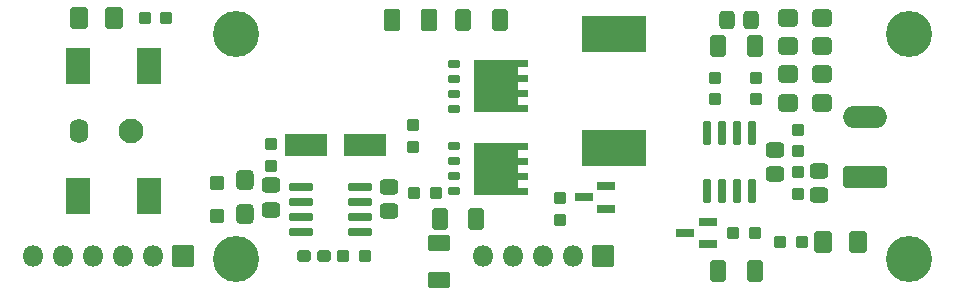
<source format=gbr>
%TF.GenerationSoftware,KiCad,Pcbnew,(6.0.1)*%
%TF.CreationDate,2022-06-13T19:43:20+02:00*%
%TF.ProjectId,Buck IRS25411,4275636b-2049-4525-9332-353431312e6b,rev?*%
%TF.SameCoordinates,Original*%
%TF.FileFunction,Soldermask,Top*%
%TF.FilePolarity,Negative*%
%FSLAX46Y46*%
G04 Gerber Fmt 4.6, Leading zero omitted, Abs format (unit mm)*
G04 Created by KiCad (PCBNEW (6.0.1)) date 2022-06-13 19:43:20*
%MOMM*%
%LPD*%
G01*
G04 APERTURE LIST*
G04 Aperture macros list*
%AMRoundRect*
0 Rectangle with rounded corners*
0 $1 Rounding radius*
0 $2 $3 $4 $5 $6 $7 $8 $9 X,Y pos of 4 corners*
0 Add a 4 corners polygon primitive as box body*
4,1,4,$2,$3,$4,$5,$6,$7,$8,$9,$2,$3,0*
0 Add four circle primitives for the rounded corners*
1,1,$1+$1,$2,$3*
1,1,$1+$1,$4,$5*
1,1,$1+$1,$6,$7*
1,1,$1+$1,$8,$9*
0 Add four rect primitives between the rounded corners*
20,1,$1+$1,$2,$3,$4,$5,0*
20,1,$1+$1,$4,$5,$6,$7,0*
20,1,$1+$1,$6,$7,$8,$9,0*
20,1,$1+$1,$8,$9,$2,$3,0*%
%AMFreePoly0*
4,1,17,2.675000,1.605000,1.875000,1.605000,1.875000,0.935000,2.675000,0.935000,2.675000,0.335000,1.875000,0.335000,1.875000,-0.335000,2.675000,-0.335000,2.675000,-0.935000,1.875000,-0.935000,1.875000,-1.605000,2.675000,-1.605000,2.675000,-2.205000,-1.875000,-2.205000,-1.875000,2.205000,2.675000,2.205000,2.675000,1.605000,2.675000,1.605000,$1*%
G04 Aperture macros list end*
%ADD10RoundRect,0.300000X0.337500X0.475000X-0.337500X0.475000X-0.337500X-0.475000X0.337500X-0.475000X0*%
%ADD11C,3.900000*%
%ADD12C,2.700000*%
%ADD13RoundRect,0.287500X-0.250000X-0.237500X0.250000X-0.237500X0.250000X0.237500X-0.250000X0.237500X0*%
%ADD14RoundRect,0.287500X0.250000X0.237500X-0.250000X0.237500X-0.250000X-0.237500X0.250000X-0.237500X0*%
%ADD15FreePoly0,0.000000*%
%ADD16RoundRect,0.050000X-0.425000X-0.250000X0.425000X-0.250000X0.425000X0.250000X-0.425000X0.250000X0*%
%ADD17RoundRect,0.300001X-0.462499X-0.624999X0.462499X-0.624999X0.462499X0.624999X-0.462499X0.624999X0*%
%ADD18RoundRect,0.300001X0.462499X0.624999X-0.462499X0.624999X-0.462499X-0.624999X0.462499X-0.624999X0*%
%ADD19RoundRect,0.300000X-0.475000X0.337500X-0.475000X-0.337500X0.475000X-0.337500X0.475000X0.337500X0*%
%ADD20C,2.100000*%
%ADD21O,1.600000X2.100000*%
%ADD22RoundRect,0.050000X1.000000X-1.500000X1.000000X1.500000X-1.000000X1.500000X-1.000000X-1.500000X0*%
%ADD23RoundRect,0.050000X2.700000X-1.450000X2.700000X1.450000X-2.700000X1.450000X-2.700000X-1.450000X0*%
%ADD24RoundRect,0.300000X-0.537500X-0.425000X0.537500X-0.425000X0.537500X0.425000X-0.537500X0.425000X0*%
%ADD25RoundRect,0.300000X-0.425000X0.537500X-0.425000X-0.537500X0.425000X-0.537500X0.425000X0.537500X0*%
%ADD26RoundRect,0.050000X-0.850000X0.850000X-0.850000X-0.850000X0.850000X-0.850000X0.850000X0.850000X0*%
%ADD27O,1.800000X1.800000*%
%ADD28RoundRect,0.300000X1.550000X-0.650000X1.550000X0.650000X-1.550000X0.650000X-1.550000X-0.650000X0*%
%ADD29O,3.700000X1.900000*%
%ADD30RoundRect,0.287500X0.300000X0.237500X-0.300000X0.237500X-0.300000X-0.237500X0.300000X-0.237500X0*%
%ADD31RoundRect,0.050000X1.750000X0.900000X-1.750000X0.900000X-1.750000X-0.900000X1.750000X-0.900000X0*%
%ADD32RoundRect,0.050000X-0.550000X0.550000X-0.550000X-0.550000X0.550000X-0.550000X0.550000X0.550000X0*%
%ADD33RoundRect,0.200000X0.587500X0.150000X-0.587500X0.150000X-0.587500X-0.150000X0.587500X-0.150000X0*%
%ADD34RoundRect,0.300000X0.400000X0.625000X-0.400000X0.625000X-0.400000X-0.625000X0.400000X-0.625000X0*%
%ADD35RoundRect,0.287500X-0.237500X0.250000X-0.237500X-0.250000X0.237500X-0.250000X0.237500X0.250000X0*%
%ADD36RoundRect,0.287500X0.237500X-0.250000X0.237500X0.250000X-0.237500X0.250000X-0.237500X-0.250000X0*%
%ADD37RoundRect,0.200000X-0.825000X-0.150000X0.825000X-0.150000X0.825000X0.150000X-0.825000X0.150000X0*%
%ADD38RoundRect,0.200000X0.150000X-0.825000X0.150000X0.825000X-0.150000X0.825000X-0.150000X-0.825000X0*%
%ADD39RoundRect,0.300000X0.412500X0.650000X-0.412500X0.650000X-0.412500X-0.650000X0.412500X-0.650000X0*%
%ADD40RoundRect,0.300000X-0.650000X0.412500X-0.650000X-0.412500X0.650000X-0.412500X0.650000X0.412500X0*%
G04 APERTURE END LIST*
D10*
%TO.C,C8*%
X151637500Y-90800000D03*
X149562500Y-90800000D03*
%TD*%
D11*
%TO.C,H4*%
X165000000Y-92000000D03*
D12*
X165000000Y-92000000D03*
%TD*%
D11*
%TO.C,H3*%
X165000000Y-111000000D03*
D12*
X165000000Y-111000000D03*
%TD*%
D11*
%TO.C,H2*%
X108000000Y-111000000D03*
D12*
X108000000Y-111000000D03*
%TD*%
D11*
%TO.C,H1*%
X108000000Y-92000000D03*
D12*
X108000000Y-92000000D03*
%TD*%
D13*
%TO.C,R16*%
X154087500Y-109600000D03*
X155912500Y-109600000D03*
%TD*%
D14*
%TO.C,R15*%
X102112500Y-90600000D03*
X100287500Y-90600000D03*
%TD*%
D15*
%TO.C,Q2*%
X130000000Y-103400000D03*
D16*
X126450000Y-101495000D03*
X126450000Y-102765000D03*
X126450000Y-104035000D03*
X126450000Y-105305000D03*
%TD*%
D17*
%TO.C,D4*%
X157712500Y-109600000D03*
X160687500Y-109600000D03*
%TD*%
D18*
%TO.C,D3*%
X97687500Y-90600000D03*
X94712500Y-90600000D03*
%TD*%
D19*
%TO.C,C10*%
X157400000Y-103562500D03*
X157400000Y-105637500D03*
%TD*%
%TO.C,C5*%
X121000000Y-104912500D03*
X121000000Y-106987500D03*
%TD*%
%TO.C,C3*%
X111000000Y-104762500D03*
X111000000Y-106837500D03*
%TD*%
%TO.C,C2*%
X153600000Y-101762500D03*
X153600000Y-103837500D03*
%TD*%
D20*
%TO.C,J1*%
X99100000Y-100200000D03*
D21*
X94700000Y-100200000D03*
D22*
X94600000Y-94700000D03*
X100600000Y-94700000D03*
X100600000Y-105700000D03*
X94600000Y-105700000D03*
%TD*%
D23*
%TO.C,L1*%
X140000000Y-91950000D03*
X140000000Y-101650000D03*
%TD*%
D24*
%TO.C,C13*%
X157637500Y-90600000D03*
X154762500Y-90600000D03*
%TD*%
%TO.C,C12*%
X157637500Y-93000000D03*
X154762500Y-93000000D03*
%TD*%
%TO.C,C11*%
X157637500Y-95400000D03*
X154762500Y-95400000D03*
%TD*%
%TO.C,C9*%
X157637500Y-97800000D03*
X154762500Y-97800000D03*
%TD*%
D25*
%TO.C,C1*%
X108800000Y-104362500D03*
X108800000Y-107237500D03*
%TD*%
D26*
%TO.C,J3*%
X103550000Y-110800000D03*
D27*
X101010000Y-110800000D03*
X98470000Y-110800000D03*
X95930000Y-110800000D03*
X93390000Y-110800000D03*
X90850000Y-110800000D03*
%TD*%
D26*
%TO.C,J2*%
X139110000Y-110800000D03*
D27*
X136570000Y-110800000D03*
X134030000Y-110800000D03*
X131490000Y-110800000D03*
X128950000Y-110800000D03*
%TD*%
D28*
%TO.C,J4*%
X161267500Y-104042500D03*
D29*
X161267500Y-98962500D03*
%TD*%
D30*
%TO.C,C4*%
X115462500Y-110800000D03*
X113737500Y-110800000D03*
%TD*%
D31*
%TO.C,D2*%
X118900000Y-101400000D03*
X113900000Y-101400000D03*
%TD*%
D32*
%TO.C,D1*%
X106400000Y-104600000D03*
X106400000Y-107400000D03*
%TD*%
D33*
%TO.C,Q3*%
X139337500Y-106750000D03*
X139337500Y-104850000D03*
X137462500Y-105800000D03*
%TD*%
D34*
%TO.C,R5*%
X130350000Y-90800000D03*
X127250000Y-90800000D03*
%TD*%
D35*
%TO.C,R1*%
X111000000Y-101287500D03*
X111000000Y-103112500D03*
%TD*%
D36*
%TO.C,R3*%
X123000000Y-101512500D03*
X123000000Y-99687500D03*
%TD*%
D34*
%TO.C,R8*%
X148850000Y-93000000D03*
X151950000Y-93000000D03*
%TD*%
%TO.C,R6*%
X128350000Y-107600000D03*
X125250000Y-107600000D03*
%TD*%
D13*
%TO.C,R4*%
X123087500Y-105400000D03*
X124912500Y-105400000D03*
%TD*%
D35*
%TO.C,R7*%
X148600000Y-97512500D03*
X148600000Y-95687500D03*
%TD*%
%TO.C,R10*%
X152000000Y-97512500D03*
X152000000Y-95687500D03*
%TD*%
%TO.C,R11*%
X155600000Y-101912500D03*
X155600000Y-100087500D03*
%TD*%
D13*
%TO.C,R13*%
X151912500Y-108800000D03*
X150087500Y-108800000D03*
%TD*%
D34*
%TO.C,R14*%
X148850000Y-112000000D03*
X151950000Y-112000000D03*
%TD*%
D14*
%TO.C,R2*%
X118912500Y-110800000D03*
X117087500Y-110800000D03*
%TD*%
D35*
%TO.C,R9*%
X135400000Y-105887500D03*
X135400000Y-107712500D03*
%TD*%
D37*
%TO.C,U2*%
X113525000Y-104895000D03*
X113525000Y-106165000D03*
X113525000Y-107435000D03*
X113525000Y-108705000D03*
X118475000Y-108705000D03*
X118475000Y-107435000D03*
X118475000Y-106165000D03*
X118475000Y-104895000D03*
%TD*%
D33*
%TO.C,U3*%
X147937500Y-109750000D03*
X147937500Y-107850000D03*
X146062500Y-108800000D03*
%TD*%
D38*
%TO.C,U1*%
X147895000Y-100325000D03*
X149165000Y-100325000D03*
X150435000Y-100325000D03*
X151705000Y-100325000D03*
X151705000Y-105275000D03*
X150435000Y-105275000D03*
X149165000Y-105275000D03*
X147895000Y-105275000D03*
%TD*%
D15*
%TO.C,Q1*%
X130050000Y-96400000D03*
D16*
X126500000Y-94495000D03*
X126500000Y-95765000D03*
X126500000Y-97035000D03*
X126500000Y-98305000D03*
%TD*%
D39*
%TO.C,C6*%
X124362500Y-90800000D03*
X121237500Y-90800000D03*
%TD*%
D40*
%TO.C,C7*%
X125200000Y-109637500D03*
X125200000Y-112762500D03*
%TD*%
D35*
%TO.C,R12*%
X155600000Y-105512500D03*
X155600000Y-103687500D03*
%TD*%
M02*

</source>
